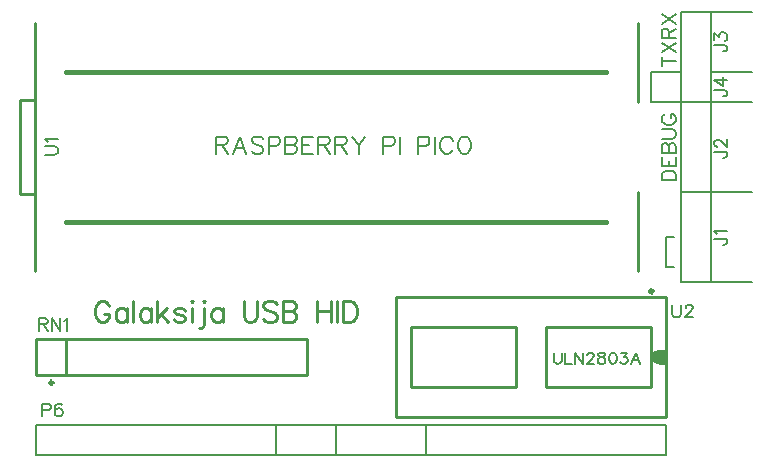
<source format=gto>
G04 Layer: TopSilkscreenLayer*
G04 EasyEDA v6.5.39, 2024-02-04 18:14:06*
G04 e2768ddda3314ff98ce937aebec43eb4,5509f98a9368439c9cde498926e245b9,10*
G04 Gerber Generator version 0.2*
G04 Scale: 100 percent, Rotated: No, Reflected: No *
G04 Dimensions in inches *
G04 leading zeros omitted , absolute positions ,3 integer and 6 decimal *
%FSLAX36Y36*%
%MOIN*%

%ADD10C,0.0070*%
%ADD11C,0.0100*%
%ADD12C,0.0080*%
%ADD13C,0.0060*%
%ADD14C,0.0150*%
%ADD15C,0.0080*%
%ADD16C,0.0120*%
%ADD17C,0.0118*%
%ADD18C,0.0130*%

%LPD*%
D10*
X2259499Y1065050D02*
G01*
X2307299Y1065050D01*
X2259499Y1065050D02*
G01*
X2259499Y1080949D01*
X2261800Y1087750D01*
X2266400Y1092249D01*
X2270900Y1094549D01*
X2277700Y1096849D01*
X2289099Y1096849D01*
X2295900Y1094549D01*
X2300500Y1092249D01*
X2305000Y1087750D01*
X2307299Y1080949D01*
X2307299Y1065050D01*
X2259499Y1111849D02*
G01*
X2307299Y1111849D01*
X2259499Y1111849D02*
G01*
X2259499Y1141350D01*
X2282299Y1111849D02*
G01*
X2282299Y1130050D01*
X2307299Y1111849D02*
G01*
X2307299Y1141350D01*
X2259499Y1156350D02*
G01*
X2307299Y1156350D01*
X2259499Y1156350D02*
G01*
X2259499Y1176849D01*
X2261800Y1183649D01*
X2264099Y1185949D01*
X2268599Y1188150D01*
X2273199Y1188150D01*
X2277700Y1185949D01*
X2280000Y1183649D01*
X2282299Y1176849D01*
X2282299Y1156350D02*
G01*
X2282299Y1176849D01*
X2284499Y1183649D01*
X2286800Y1185949D01*
X2291400Y1188150D01*
X2298199Y1188150D01*
X2302700Y1185949D01*
X2305000Y1183649D01*
X2307299Y1176849D01*
X2307299Y1156350D01*
X2259499Y1203150D02*
G01*
X2293599Y1203150D01*
X2300500Y1205450D01*
X2305000Y1210050D01*
X2307299Y1216849D01*
X2307299Y1221350D01*
X2305000Y1228150D01*
X2300500Y1232750D01*
X2293599Y1235050D01*
X2259499Y1235050D01*
X2270900Y1284050D02*
G01*
X2266400Y1281849D01*
X2261800Y1277249D01*
X2259499Y1272750D01*
X2259499Y1263649D01*
X2261800Y1259050D01*
X2266400Y1254549D01*
X2270900Y1252249D01*
X2277700Y1250050D01*
X2289099Y1250050D01*
X2295900Y1252249D01*
X2300500Y1254549D01*
X2305000Y1259050D01*
X2307299Y1263649D01*
X2307299Y1272750D01*
X2305000Y1277249D01*
X2300500Y1281849D01*
X2295900Y1284050D01*
X2289099Y1284050D01*
X2289099Y1272750D02*
G01*
X2289099Y1284050D01*
D11*
X417699Y644699D02*
G01*
X414499Y651100D01*
X408200Y657500D01*
X401799Y660599D01*
X389099Y660599D01*
X382699Y657500D01*
X376399Y651100D01*
X373200Y644699D01*
X370000Y635199D01*
X370000Y619299D01*
X373200Y609699D01*
X376399Y603400D01*
X382699Y596999D01*
X389099Y593800D01*
X401799Y593800D01*
X408200Y596999D01*
X414499Y603400D01*
X417699Y609699D01*
X417699Y619299D01*
X401799Y619299D02*
G01*
X417699Y619299D01*
X476900Y638400D02*
G01*
X476900Y593800D01*
X476900Y628800D02*
G01*
X470500Y635199D01*
X464200Y638400D01*
X454600Y638400D01*
X448299Y635199D01*
X441900Y628800D01*
X438699Y619299D01*
X438699Y612899D01*
X441900Y603400D01*
X448299Y596999D01*
X454600Y593800D01*
X464200Y593800D01*
X470500Y596999D01*
X476900Y603400D01*
X497899Y660599D02*
G01*
X497899Y593800D01*
X557100Y638400D02*
G01*
X557100Y593800D01*
X557100Y628800D02*
G01*
X550700Y635199D01*
X544400Y638400D01*
X534800Y638400D01*
X528499Y635199D01*
X522100Y628800D01*
X518899Y619299D01*
X518899Y612899D01*
X522100Y603400D01*
X528499Y596999D01*
X534800Y593800D01*
X544400Y593800D01*
X550700Y596999D01*
X557100Y603400D01*
X578099Y660599D02*
G01*
X578099Y593800D01*
X609899Y638400D02*
G01*
X578099Y606500D01*
X590799Y619299D02*
G01*
X613099Y593800D01*
X669099Y628800D02*
G01*
X665900Y635199D01*
X656399Y638400D01*
X646799Y638400D01*
X637300Y635199D01*
X634099Y628800D01*
X637300Y622500D01*
X643600Y619299D01*
X659499Y616100D01*
X665900Y612899D01*
X669099Y606500D01*
X669099Y603400D01*
X665900Y596999D01*
X656399Y593800D01*
X646799Y593800D01*
X637300Y596999D01*
X634099Y603400D01*
X690100Y660599D02*
G01*
X693299Y657500D01*
X696500Y660599D01*
X693299Y663800D01*
X690100Y660599D01*
X693299Y638400D02*
G01*
X693299Y593800D01*
X730199Y660599D02*
G01*
X733400Y657500D01*
X736500Y660599D01*
X733400Y663800D01*
X730199Y660599D01*
X733400Y638400D02*
G01*
X733400Y584299D01*
X730199Y574699D01*
X723800Y571500D01*
X717500Y571500D01*
X795700Y638400D02*
G01*
X795700Y593800D01*
X795700Y628800D02*
G01*
X789400Y635199D01*
X783000Y638400D01*
X773499Y638400D01*
X767100Y635199D01*
X760700Y628800D01*
X757500Y619299D01*
X757500Y612899D01*
X760700Y603400D01*
X767100Y596999D01*
X773499Y593800D01*
X783000Y593800D01*
X789400Y596999D01*
X795700Y603400D01*
X865699Y660599D02*
G01*
X865699Y612899D01*
X868900Y603400D01*
X875299Y596999D01*
X884799Y593800D01*
X891199Y593800D01*
X900699Y596999D01*
X907100Y603400D01*
X910299Y612899D01*
X910299Y660599D01*
X975799Y651100D02*
G01*
X969499Y657500D01*
X959899Y660599D01*
X947200Y660599D01*
X937600Y657500D01*
X931300Y651100D01*
X931300Y644699D01*
X934499Y638400D01*
X937600Y635199D01*
X943999Y631999D01*
X963100Y625599D01*
X969499Y622500D01*
X972600Y619299D01*
X975799Y612899D01*
X975799Y603400D01*
X969499Y596999D01*
X959899Y593800D01*
X947200Y593800D01*
X937600Y596999D01*
X931300Y603400D01*
X996800Y660599D02*
G01*
X996800Y593800D01*
X996800Y660599D02*
G01*
X1025500Y660599D01*
X1035000Y657500D01*
X1038199Y654299D01*
X1041400Y647899D01*
X1041400Y641500D01*
X1038199Y635199D01*
X1035000Y631999D01*
X1025500Y628800D01*
X996800Y628800D02*
G01*
X1025500Y628800D01*
X1035000Y625599D01*
X1038199Y622500D01*
X1041400Y616100D01*
X1041400Y606500D01*
X1038199Y600199D01*
X1035000Y596999D01*
X1025500Y593800D01*
X996800Y593800D01*
X1111400Y660599D02*
G01*
X1111400Y593800D01*
X1155900Y660599D02*
G01*
X1155900Y593800D01*
X1111400Y628800D02*
G01*
X1155900Y628800D01*
X1176899Y660599D02*
G01*
X1176899Y593800D01*
X1197899Y660599D02*
G01*
X1197899Y593800D01*
X1197899Y660599D02*
G01*
X1220200Y660599D01*
X1229700Y657500D01*
X1236099Y651100D01*
X1239300Y644699D01*
X1242500Y635199D01*
X1242500Y619299D01*
X1239300Y609699D01*
X1236099Y603400D01*
X1229700Y596999D01*
X1220200Y593800D01*
X1197899Y593800D01*
D10*
X2259499Y1460900D02*
G01*
X2307299Y1460900D01*
X2259499Y1445000D02*
G01*
X2259499Y1476799D01*
X2259499Y1491799D02*
G01*
X2307299Y1523600D01*
X2259499Y1523600D02*
G01*
X2307299Y1491799D01*
X2259499Y1538600D02*
G01*
X2307299Y1538600D01*
X2259499Y1538600D02*
G01*
X2259499Y1559099D01*
X2261800Y1565900D01*
X2264099Y1568200D01*
X2268599Y1570500D01*
X2273199Y1570500D01*
X2277700Y1568200D01*
X2280000Y1565900D01*
X2282299Y1559099D01*
X2282299Y1538600D01*
X2282299Y1554499D02*
G01*
X2307299Y1570500D01*
X2259499Y1585500D02*
G01*
X2307299Y1617300D01*
X2259499Y1617300D02*
G01*
X2307299Y1585500D01*
D12*
X775000Y1210500D02*
G01*
X775000Y1153299D01*
X775000Y1210500D02*
G01*
X799499Y1210500D01*
X807699Y1207800D01*
X810500Y1205100D01*
X813200Y1199600D01*
X813200Y1194200D01*
X810500Y1188699D01*
X807699Y1185999D01*
X799499Y1183299D01*
X775000Y1183299D01*
X794099Y1183299D02*
G01*
X813200Y1153299D01*
X853000Y1210500D02*
G01*
X831199Y1153299D01*
X853000Y1210500D02*
G01*
X874799Y1153299D01*
X839400Y1172399D02*
G01*
X866599Y1172399D01*
X931000Y1202399D02*
G01*
X925500Y1207800D01*
X917399Y1210500D01*
X906499Y1210500D01*
X898299Y1207800D01*
X892799Y1202399D01*
X892799Y1196900D01*
X895500Y1191500D01*
X898299Y1188699D01*
X903699Y1185999D01*
X920100Y1180500D01*
X925500Y1177800D01*
X928299Y1175100D01*
X931000Y1169600D01*
X931000Y1161500D01*
X925500Y1155999D01*
X917399Y1153299D01*
X906499Y1153299D01*
X898299Y1155999D01*
X892799Y1161500D01*
X948999Y1210500D02*
G01*
X948999Y1153299D01*
X948999Y1210500D02*
G01*
X973500Y1210500D01*
X981700Y1207800D01*
X984499Y1205100D01*
X987200Y1199600D01*
X987200Y1191500D01*
X984499Y1185999D01*
X981700Y1183299D01*
X973500Y1180500D01*
X948999Y1180500D01*
X1005200Y1210500D02*
G01*
X1005200Y1153299D01*
X1005200Y1210500D02*
G01*
X1029700Y1210500D01*
X1037899Y1207800D01*
X1040600Y1205100D01*
X1043400Y1199600D01*
X1043400Y1194200D01*
X1040600Y1188699D01*
X1037899Y1185999D01*
X1029700Y1183299D01*
X1005200Y1183299D02*
G01*
X1029700Y1183299D01*
X1037899Y1180500D01*
X1040600Y1177800D01*
X1043400Y1172399D01*
X1043400Y1164200D01*
X1040600Y1158699D01*
X1037899Y1155999D01*
X1029700Y1153299D01*
X1005200Y1153299D01*
X1061400Y1210500D02*
G01*
X1061400Y1153299D01*
X1061400Y1210500D02*
G01*
X1096800Y1210500D01*
X1061400Y1183299D02*
G01*
X1083199Y1183299D01*
X1061400Y1153299D02*
G01*
X1096800Y1153299D01*
X1114799Y1210500D02*
G01*
X1114799Y1153299D01*
X1114799Y1210500D02*
G01*
X1139399Y1210500D01*
X1147500Y1207800D01*
X1150299Y1205100D01*
X1153000Y1199600D01*
X1153000Y1194200D01*
X1150299Y1188699D01*
X1147500Y1185999D01*
X1139399Y1183299D01*
X1114799Y1183299D01*
X1133900Y1183299D02*
G01*
X1153000Y1153299D01*
X1171000Y1210500D02*
G01*
X1171000Y1153299D01*
X1171000Y1210500D02*
G01*
X1195500Y1210500D01*
X1203699Y1207800D01*
X1206499Y1205100D01*
X1209200Y1199600D01*
X1209200Y1194200D01*
X1206499Y1188699D01*
X1203699Y1185999D01*
X1195500Y1183299D01*
X1171000Y1183299D01*
X1190100Y1183299D02*
G01*
X1209200Y1153299D01*
X1227200Y1210500D02*
G01*
X1248999Y1183299D01*
X1248999Y1153299D01*
X1270799Y1210500D02*
G01*
X1248999Y1183299D01*
X1330799Y1210500D02*
G01*
X1330799Y1153299D01*
X1330799Y1210500D02*
G01*
X1355399Y1210500D01*
X1363500Y1207800D01*
X1366300Y1205100D01*
X1368999Y1199600D01*
X1368999Y1191500D01*
X1366300Y1185999D01*
X1363500Y1183299D01*
X1355399Y1180500D01*
X1330799Y1180500D01*
X1386999Y1210500D02*
G01*
X1386999Y1153299D01*
X1446999Y1210500D02*
G01*
X1446999Y1153299D01*
X1446999Y1210500D02*
G01*
X1471499Y1210500D01*
X1479700Y1207800D01*
X1482500Y1205100D01*
X1485200Y1199600D01*
X1485200Y1191500D01*
X1482500Y1185999D01*
X1479700Y1183299D01*
X1471499Y1180500D01*
X1446999Y1180500D01*
X1503199Y1210500D02*
G01*
X1503199Y1153299D01*
X1562100Y1196900D02*
G01*
X1559399Y1202399D01*
X1553900Y1207800D01*
X1548500Y1210500D01*
X1537500Y1210500D01*
X1532100Y1207800D01*
X1526599Y1202399D01*
X1523900Y1196900D01*
X1521199Y1188699D01*
X1521199Y1175100D01*
X1523900Y1166900D01*
X1526599Y1161500D01*
X1532100Y1155999D01*
X1537500Y1153299D01*
X1548500Y1153299D01*
X1553900Y1155999D01*
X1559399Y1161500D01*
X1562100Y1166900D01*
X1596499Y1210500D02*
G01*
X1591000Y1207800D01*
X1585500Y1202399D01*
X1582799Y1196900D01*
X1580100Y1188699D01*
X1580100Y1175100D01*
X1582799Y1166900D01*
X1585500Y1161500D01*
X1591000Y1155999D01*
X1596499Y1153299D01*
X1607399Y1153299D01*
X1612799Y1155999D01*
X1618299Y1161500D01*
X1621000Y1166900D01*
X1623699Y1175100D01*
X1623699Y1188699D01*
X1621000Y1196900D01*
X1618299Y1202399D01*
X1612799Y1207800D01*
X1607399Y1210500D01*
X1596499Y1210500D01*
D13*
X204600Y1150000D02*
G01*
X235300Y1150000D01*
X241399Y1151999D01*
X245500Y1156100D01*
X247500Y1162300D01*
X247500Y1166399D01*
X245500Y1172500D01*
X241399Y1176599D01*
X235300Y1178600D01*
X204600Y1178600D01*
X212800Y1192100D02*
G01*
X210700Y1196199D01*
X204600Y1202399D01*
X247500Y1202399D01*
X183899Y605399D02*
G01*
X183899Y562500D01*
X183899Y605399D02*
G01*
X202300Y605399D01*
X208400Y603400D01*
X210500Y601300D01*
X212500Y597199D01*
X212500Y593099D01*
X210500Y589000D01*
X208400Y586999D01*
X202300Y585000D01*
X183899Y585000D01*
X198200Y585000D02*
G01*
X212500Y562500D01*
X225999Y605399D02*
G01*
X225999Y562500D01*
X225999Y605399D02*
G01*
X254699Y562500D01*
X254699Y605399D02*
G01*
X254699Y562500D01*
X268200Y597199D02*
G01*
X272300Y599299D01*
X278400Y605399D01*
X278400Y562500D01*
X2434600Y1365450D02*
G01*
X2467299Y1365450D01*
X2473500Y1363449D01*
X2475500Y1361350D01*
X2477500Y1357249D01*
X2477500Y1353150D01*
X2475500Y1349050D01*
X2473500Y1347049D01*
X2467299Y1345050D01*
X2463199Y1345050D01*
X2434600Y1399450D02*
G01*
X2463199Y1378949D01*
X2463199Y1409650D01*
X2434600Y1399450D02*
G01*
X2477500Y1399450D01*
X1900000Y490399D02*
G01*
X1900000Y463099D01*
X1901800Y457600D01*
X1905500Y454000D01*
X1910900Y452199D01*
X1914499Y452199D01*
X1920000Y454000D01*
X1923599Y457600D01*
X1925500Y463099D01*
X1925500Y490399D01*
X1937500Y490399D02*
G01*
X1937500Y452199D01*
X1937500Y452199D02*
G01*
X1959300Y452199D01*
X1971300Y490399D02*
G01*
X1971300Y452199D01*
X1971300Y490399D02*
G01*
X1996700Y452199D01*
X1996700Y490399D02*
G01*
X1996700Y452199D01*
X2010500Y481300D02*
G01*
X2010500Y483099D01*
X2012399Y486700D01*
X2014200Y488499D01*
X2017799Y490399D01*
X2025100Y490399D01*
X2028699Y488499D01*
X2030500Y486700D01*
X2032399Y483099D01*
X2032399Y479499D01*
X2030500Y475799D01*
X2026899Y470399D01*
X2008699Y452199D01*
X2034200Y452199D01*
X2055299Y490399D02*
G01*
X2049799Y488499D01*
X2048000Y484899D01*
X2048000Y481300D01*
X2049799Y477600D01*
X2053500Y475799D01*
X2060699Y474000D01*
X2066199Y472199D01*
X2069799Y468499D01*
X2071599Y464899D01*
X2071599Y459499D01*
X2069799Y455799D01*
X2068000Y454000D01*
X2062500Y452199D01*
X2055299Y452199D01*
X2049799Y454000D01*
X2048000Y455799D01*
X2046199Y459499D01*
X2046199Y464899D01*
X2048000Y468499D01*
X2051599Y472199D01*
X2057100Y474000D01*
X2064399Y475799D01*
X2068000Y477600D01*
X2069799Y481300D01*
X2069799Y484899D01*
X2068000Y488499D01*
X2062500Y490399D01*
X2055299Y490399D01*
X2094499Y490399D02*
G01*
X2089099Y488499D01*
X2085500Y483099D01*
X2083599Y474000D01*
X2083599Y468499D01*
X2085500Y459499D01*
X2089099Y454000D01*
X2094499Y452199D01*
X2098199Y452199D01*
X2103599Y454000D01*
X2107299Y459499D01*
X2109099Y468499D01*
X2109099Y474000D01*
X2107299Y483099D01*
X2103599Y488499D01*
X2098199Y490399D01*
X2094499Y490399D01*
X2124700Y490399D02*
G01*
X2144700Y490399D01*
X2133800Y475799D01*
X2139300Y475799D01*
X2142899Y474000D01*
X2144700Y472199D01*
X2146499Y466700D01*
X2146499Y463099D01*
X2144700Y457600D01*
X2141099Y454000D01*
X2135600Y452199D01*
X2130200Y452199D01*
X2124700Y454000D01*
X2122899Y455799D01*
X2121099Y459499D01*
X2173100Y490399D02*
G01*
X2158500Y452199D01*
X2173100Y490399D02*
G01*
X2187600Y452199D01*
X2163999Y464899D02*
G01*
X2182200Y464899D01*
X2294449Y650399D02*
G01*
X2294449Y619699D01*
X2296450Y613600D01*
X2300550Y609499D01*
X2306750Y607500D01*
X2310850Y607500D01*
X2316949Y609499D01*
X2321049Y613600D01*
X2323050Y619699D01*
X2323050Y650399D01*
X2338649Y640199D02*
G01*
X2338649Y642199D01*
X2340649Y646300D01*
X2342749Y648400D01*
X2346850Y650399D01*
X2354949Y650399D01*
X2359049Y648400D01*
X2361149Y646300D01*
X2363149Y642199D01*
X2363149Y638099D01*
X2361149Y634000D01*
X2357049Y627899D01*
X2336549Y607500D01*
X2365249Y607500D01*
X2434600Y1515500D02*
G01*
X2467299Y1515500D01*
X2473500Y1513400D01*
X2475500Y1511399D01*
X2477500Y1507300D01*
X2477500Y1503200D01*
X2475500Y1499099D01*
X2473500Y1496999D01*
X2467299Y1495000D01*
X2463199Y1495000D01*
X2434600Y1533000D02*
G01*
X2434600Y1555500D01*
X2451000Y1543299D01*
X2451000Y1549400D01*
X2453000Y1553499D01*
X2455000Y1555500D01*
X2461199Y1557600D01*
X2465299Y1557600D01*
X2471400Y1555500D01*
X2475500Y1551500D01*
X2477500Y1545300D01*
X2477500Y1539200D01*
X2475500Y1533000D01*
X2473500Y1530999D01*
X2469399Y1529000D01*
X193899Y320399D02*
G01*
X193899Y277500D01*
X193899Y320399D02*
G01*
X212300Y320399D01*
X218400Y318400D01*
X220500Y316300D01*
X222500Y312199D01*
X222500Y306100D01*
X220500Y301999D01*
X218400Y300000D01*
X212300Y297899D01*
X193899Y297899D01*
X260599Y314299D02*
G01*
X258499Y318400D01*
X252399Y320399D01*
X248299Y320399D01*
X242199Y318400D01*
X238099Y312199D01*
X235999Y301999D01*
X235999Y291799D01*
X238099Y283600D01*
X242199Y279499D01*
X248299Y277500D01*
X250399Y277500D01*
X256500Y279499D01*
X260599Y283600D01*
X262600Y289699D01*
X262600Y291799D01*
X260599Y297899D01*
X256500Y301999D01*
X250399Y304000D01*
X248299Y304000D01*
X242199Y301999D01*
X238099Y297899D01*
X235999Y291799D01*
X2434600Y870500D02*
G01*
X2467299Y870500D01*
X2473500Y868400D01*
X2475500Y866399D01*
X2477500Y862300D01*
X2477500Y858200D01*
X2475500Y854099D01*
X2473500Y851999D01*
X2467299Y850000D01*
X2463199Y850000D01*
X2442799Y884000D02*
G01*
X2440699Y888000D01*
X2434600Y894200D01*
X2477500Y894200D01*
X2434600Y1160500D02*
G01*
X2467299Y1160500D01*
X2473500Y1158400D01*
X2475500Y1156399D01*
X2477500Y1152300D01*
X2477500Y1148200D01*
X2475500Y1144099D01*
X2473500Y1141999D01*
X2467299Y1140000D01*
X2463199Y1140000D01*
X2444799Y1175999D02*
G01*
X2442799Y1175999D01*
X2438699Y1178000D01*
X2436599Y1180100D01*
X2434600Y1184200D01*
X2434600Y1192399D01*
X2436599Y1196500D01*
X2438699Y1198499D01*
X2442799Y1200500D01*
X2446899Y1200500D01*
X2451000Y1198499D01*
X2457100Y1194400D01*
X2477500Y1174000D01*
X2477500Y1202600D01*
G36*
X2243160Y495000D02*
G01*
X2241240Y494840D01*
X2239380Y494340D01*
X2237640Y493519D01*
X2236060Y492420D01*
X2234700Y491060D01*
X2233600Y489480D01*
X2233140Y488620D01*
X2232480Y486800D01*
X2232160Y484900D01*
X2232120Y468640D01*
X2232280Y466599D01*
X2232740Y464600D01*
X2233540Y462720D01*
X2234600Y460980D01*
X2235920Y459420D01*
X2237480Y458080D01*
X2239220Y457020D01*
X2240160Y456580D01*
X2242100Y455959D01*
X2244120Y455640D01*
X2274640Y455560D01*
X2274960Y455220D01*
X2275000Y495000D01*
G37*
D14*
X275000Y925000D02*
G01*
X2075000Y925000D01*
X275000Y1425000D02*
G01*
X2075000Y1425000D01*
D12*
X2300000Y775000D02*
G01*
X2275000Y775000D01*
X2275000Y875000D01*
X2300000Y875000D01*
X2425000Y725000D02*
G01*
X2559448Y725000D01*
X2425000Y1625000D02*
G01*
X2559448Y1625000D01*
X2425000Y1025000D02*
G01*
X2559448Y1025000D01*
X2425000Y1425000D02*
G01*
X2559448Y1425000D01*
X2425000Y1325000D02*
G01*
X2559448Y1325000D01*
D11*
X2180000Y1325000D02*
G01*
X2178936Y1588386D01*
X2178936Y761613D02*
G01*
X2180000Y1025000D01*
X171062Y1332480D02*
G01*
X171062Y1017519D01*
X171062Y1332480D02*
G01*
X171062Y1588386D01*
X171062Y1017519D02*
G01*
X171062Y761613D01*
X119882Y1332480D02*
G01*
X119882Y1017519D01*
X171062Y1332480D02*
G01*
X119882Y1332480D01*
X119881Y1017519D02*
G01*
X171062Y1017519D01*
X275000Y534054D02*
G01*
X275000Y415945D01*
X172244Y534054D02*
G01*
X1077755Y534054D01*
X1077755Y415945D01*
X1077755Y415945D02*
G01*
X172244Y415945D01*
X172244Y415945D02*
G01*
X172244Y534054D01*
D12*
X2325000Y1325000D02*
G01*
X2225000Y1325000D01*
X2225000Y1425000D01*
X2325000Y1425000D01*
X2325000Y1350000D01*
D15*
X2325000Y1325000D02*
G01*
X2325000Y1350000D01*
D11*
X2275000Y495000D02*
G01*
X2275000Y505000D01*
X2275000Y445000D02*
G01*
X2275000Y455000D01*
X2275000Y445001D02*
G01*
X2275000Y275001D01*
X1375000Y275001D01*
X2275000Y505001D02*
G01*
X2275000Y675001D01*
X2265000Y675001D01*
X1375000Y275000D02*
G01*
X1375000Y675000D01*
X2265000Y675000D01*
X1775000Y375000D02*
G01*
X1425000Y375000D01*
X1425000Y575000D01*
X1775000Y575000D01*
X1775000Y375000D01*
X2225000Y375000D02*
G01*
X1875000Y375000D01*
X1875000Y575000D01*
X2225000Y575000D01*
X2225000Y375000D01*
X2275000Y455000D02*
G01*
X2250000Y455000D01*
X2250000Y495000D02*
G01*
X2275000Y495000D01*
X2275000Y455000D02*
G01*
X2275000Y495000D01*
D12*
X2325000Y1400000D02*
G01*
X2325000Y1325000D01*
X2425000Y1325000D01*
X2425000Y1625000D01*
X2325000Y1625000D01*
D15*
X2325000Y1625000D02*
G01*
X2325000Y1400000D01*
D12*
X1475000Y250000D02*
G01*
X1475000Y150000D01*
X175000Y250000D02*
G01*
X2275000Y250000D01*
X2275000Y150000D01*
X175000Y150000D01*
X175000Y250000D01*
X1175000Y250000D02*
G01*
X1175000Y150000D01*
X975000Y250000D02*
G01*
X975000Y150000D01*
X2425000Y950000D02*
G01*
X2425000Y1025000D01*
X2325000Y1025000D01*
X2325000Y725000D01*
X2425000Y725000D01*
D15*
X2425000Y725000D02*
G01*
X2425000Y950000D01*
D12*
X2325000Y1100000D02*
G01*
X2325000Y1025000D01*
X2425000Y1025000D01*
X2425000Y1325000D01*
X2325000Y1325000D01*
D15*
X2325000Y1325000D02*
G01*
X2325000Y1100000D01*
D11*
G75*
G01*
X2250000Y455000D02*
G02*
X2230000Y475000I0J20000D01*
G75*
G01*
X2230000Y475000D02*
G02*
X2250000Y495000I20000J0D01*
D16*
G75*
G01
X2231000Y695000D02*
G03X2231000Y695000I-6000J0D01*
D17*
G75*
G01
X230910Y390000D02*
G03X230910Y390000I-5910J0D01*
M02*

</source>
